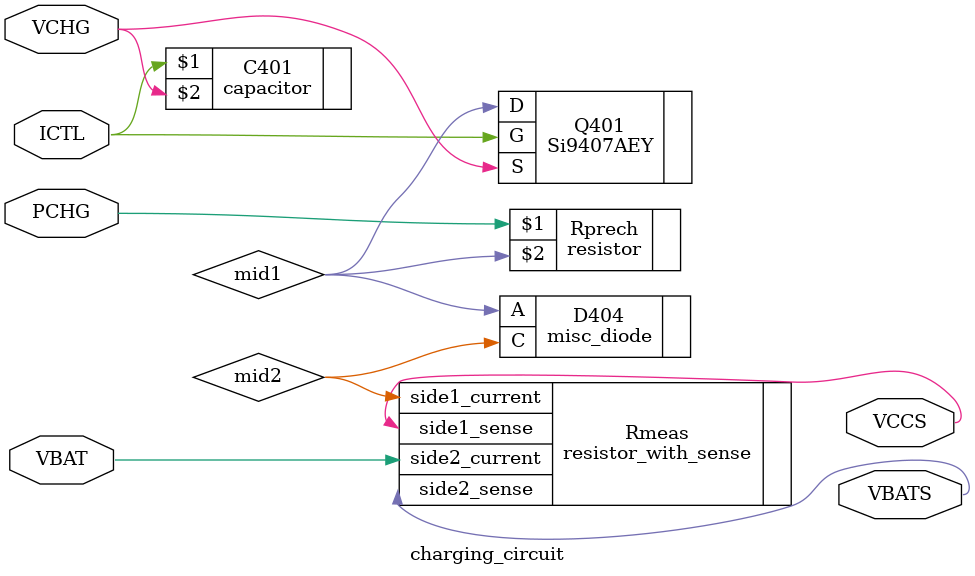
<source format=v>
/*
 * This module encapsulates the battery charging circuit.
 */

module charging_circuit (VCHG, VBAT, ICTL, PCHG, VCCS, VBATS);

input VCHG;
inout VBAT;

input ICTL, PCHG;
output VCCS, VBATS;

wire mid1, mid2;

Si9407AEY Q401 (.G(ICTL), .S(VCHG), .D(mid1));
capacitor C401 (ICTL, VCHG);

resistor Rprech (PCHG, mid1);

misc_diode D404 (.A(mid1), .C(mid2));

resistor_with_sense Rmeas (.side1_current(mid2),
			   .side1_sense(VCCS),
			   .side2_current(VBAT),
			   .side2_sense(VBATS)
	);

endmodule

</source>
